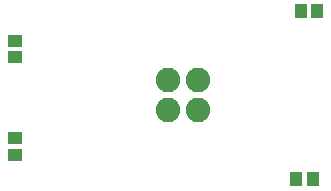
<source format=gbr>
G04 #@! TF.GenerationSoftware,KiCad,Pcbnew,5.1.2*
G04 #@! TF.CreationDate,2019-06-28T20:41:13-07:00*
G04 #@! TF.ProjectId,bow-tie.svg.2019_06_28_19_52_47.0,626f772d-7469-4652-9e73-76672e323031,rev?*
G04 #@! TF.SameCoordinates,Original*
G04 #@! TF.FileFunction,Soldermask,Bot*
G04 #@! TF.FilePolarity,Negative*
%FSLAX46Y46*%
G04 Gerber Fmt 4.6, Leading zero omitted, Abs format (unit mm)*
G04 Created by KiCad (PCBNEW 5.1.2) date 2019-06-28 20:41:13*
%MOMM*%
%LPD*%
G04 APERTURE LIST*
%ADD10C,2.082800*%
%ADD11R,1.200000X1.000000*%
%ADD12R,1.000000X1.200000*%
G04 APERTURE END LIST*
D10*
X-635000Y1397000D03*
X-635000Y-1143000D03*
X1905000Y1397000D03*
X1905000Y-1143000D03*
D11*
X-13589000Y-4891000D03*
X-13589000Y-3491000D03*
X-13589000Y3364000D03*
X-13589000Y4764000D03*
D12*
X12003000Y7239000D03*
X10603000Y7239000D03*
X10222000Y-6985000D03*
X11622000Y-6985000D03*
M02*

</source>
